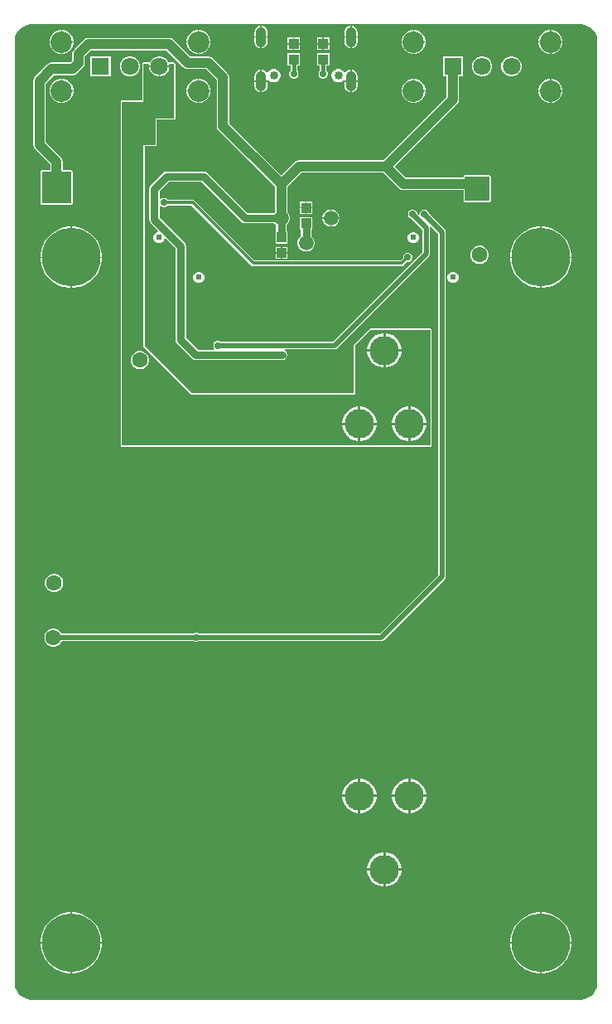
<source format=gbl>
G04*
G04 #@! TF.GenerationSoftware,Altium Limited,Altium Designer,22.2.1 (43)*
G04*
G04 Layer_Physical_Order=2*
G04 Layer_Color=16711680*
%FSLAX44Y44*%
%MOMM*%
G71*
G04*
G04 #@! TF.SameCoordinates,7C5D536F-F001-484F-B139-385EAFE792E0*
G04*
G04*
G04 #@! TF.FilePolarity,Positive*
G04*
G01*
G75*
%ADD10C,0.2540*%
%ADD11C,0.3000*%
%ADD20R,1.0000X1.0000*%
%ADD51C,0.5000*%
%ADD52C,1.0000*%
%ADD53C,0.8000*%
%ADD55C,0.4000*%
%ADD56C,1.6000*%
%ADD57C,2.2000*%
%ADD58R,1.8000X1.8000*%
%ADD59C,1.8000*%
%ADD60C,1.5000*%
%ADD61C,6.0000*%
%ADD62C,0.6096*%
%ADD63C,3.0000*%
%ADD64O,1.0500X2.0500*%
%ADD65C,0.8500*%
%ADD66C,0.7000*%
G36*
X20000Y997961D02*
X18231D01*
X14761Y997271D01*
X11492Y995917D01*
X8551Y993951D01*
X6049Y991449D01*
X4083Y988508D01*
X2729Y985239D01*
X2039Y981769D01*
X2039Y980000D01*
X2039Y20000D01*
X2039Y18231D01*
X2729Y14761D01*
X4083Y11492D01*
X6049Y8551D01*
X8551Y6049D01*
X11492Y4083D01*
X14761Y2729D01*
X18231Y2039D01*
X581769D01*
X585239Y2729D01*
X588508Y4083D01*
X591449Y6049D01*
X593951Y8551D01*
X595917Y11492D01*
X597271Y14761D01*
X597961Y18231D01*
Y20000D01*
Y980000D01*
Y981769D01*
X597271Y985239D01*
X595917Y988508D01*
X593951Y991449D01*
X591450Y993951D01*
X588508Y995917D01*
X585239Y997271D01*
X581769Y997961D01*
X580000Y997961D01*
X20000Y997961D01*
D02*
G37*
%LPC*%
G36*
X253265Y996493D02*
Y985635D01*
X247324D01*
Y990000D01*
X247548Y991702D01*
X248205Y993288D01*
X249250Y994650D01*
X250612Y995695D01*
X252198Y996352D01*
X253265Y996493D01*
D02*
G37*
G36*
X345465D02*
Y985635D01*
X339524D01*
Y990000D01*
X339748Y991702D01*
X340405Y993288D01*
X341450Y994650D01*
X342812Y995695D01*
X344398Y996352D01*
X345465Y996493D01*
D02*
G37*
G36*
X254535D02*
X255602Y996352D01*
X257188Y995695D01*
X258550Y994650D01*
X259595Y993288D01*
X260252Y991702D01*
X260476Y990000D01*
Y985635D01*
X254535D01*
Y996493D01*
D02*
G37*
G36*
X346735D02*
X347802Y996352D01*
X349388Y995695D01*
X350750Y994650D01*
X351795Y993288D01*
X352452Y991702D01*
X352676Y990000D01*
Y985635D01*
X346735D01*
Y996493D01*
D02*
G37*
G36*
X48385Y992270D02*
X49365D01*
Y980635D01*
X37730D01*
Y981615D01*
X38566Y984736D01*
X40182Y987534D01*
X42466Y989818D01*
X45264Y991434D01*
X48385Y992270D01*
D02*
G37*
G36*
X50635D02*
X51615D01*
X54736Y991434D01*
X57534Y989818D01*
X59818Y987534D01*
X61434Y984736D01*
X62270Y981615D01*
Y980635D01*
X50635D01*
Y992270D01*
D02*
G37*
G36*
X408385D02*
X409365D01*
Y980635D01*
X397730D01*
Y981615D01*
X398566Y984736D01*
X400182Y987534D01*
X402466Y989818D01*
X405264Y991434D01*
X408385Y992270D01*
D02*
G37*
G36*
X410635D02*
X411615D01*
X414736Y991434D01*
X417534Y989818D01*
X419818Y987534D01*
X421434Y984736D01*
X422270Y981615D01*
Y980635D01*
X410635D01*
Y992270D01*
D02*
G37*
G36*
X188385D02*
X189365D01*
Y980635D01*
X177730D01*
Y981615D01*
X178566Y984736D01*
X180182Y987534D01*
X182466Y989818D01*
X185264Y991434D01*
X188385Y992270D01*
D02*
G37*
G36*
X548385D02*
X549365D01*
Y980635D01*
X537730D01*
Y981615D01*
X538566Y984736D01*
X540182Y987534D01*
X542466Y989818D01*
X545264Y991434D01*
X548385Y992270D01*
D02*
G37*
G36*
X190635D02*
X191615D01*
X194736Y991434D01*
X197534Y989818D01*
X199818Y987534D01*
X201434Y984736D01*
X202270Y981615D01*
Y980635D01*
X190635D01*
Y992270D01*
D02*
G37*
G36*
X550635D02*
X551615D01*
X554736Y991434D01*
X557534Y989818D01*
X559818Y987534D01*
X561434Y984736D01*
X562270Y981615D01*
Y980635D01*
X550635D01*
Y992270D01*
D02*
G37*
G36*
X281218Y984270D02*
X286853D01*
Y978635D01*
X281218D01*
Y984270D01*
D02*
G37*
G36*
X311221D02*
X316856D01*
Y978635D01*
X311221D01*
Y984270D01*
D02*
G37*
G36*
X288123D02*
X293758D01*
Y978635D01*
X288123D01*
Y984270D01*
D02*
G37*
G36*
X318126D02*
X323761D01*
Y978635D01*
X318126D01*
Y984270D01*
D02*
G37*
G36*
X254535Y984365D02*
X260476D01*
Y980000D01*
X260252Y978298D01*
X259595Y976712D01*
X258550Y975350D01*
X257188Y974305D01*
X255602Y973648D01*
X254535Y973507D01*
Y984365D01*
D02*
G37*
G36*
X346735D02*
X352676D01*
Y980000D01*
X352452Y978298D01*
X351795Y976712D01*
X350750Y975350D01*
X349388Y974305D01*
X347802Y973648D01*
X346735Y973507D01*
Y984365D01*
D02*
G37*
G36*
X247324D02*
X253265D01*
Y973507D01*
X252198Y973648D01*
X250612Y974305D01*
X249250Y975350D01*
X248205Y976712D01*
X247548Y978298D01*
X247324Y980000D01*
Y984365D01*
D02*
G37*
G36*
X339524D02*
X345465D01*
Y973507D01*
X344398Y973648D01*
X342812Y974305D01*
X341450Y975350D01*
X340405Y976712D01*
X339748Y978298D01*
X339524Y980000D01*
Y984365D01*
D02*
G37*
G36*
X281218Y977365D02*
X286853D01*
Y971730D01*
X281218D01*
Y977365D01*
D02*
G37*
G36*
X288123D02*
X293758D01*
Y971730D01*
X288123D01*
Y977365D01*
D02*
G37*
G36*
X311221D02*
X316856D01*
Y971730D01*
X311221D01*
Y977365D01*
D02*
G37*
G36*
X318126D02*
X323761D01*
Y971730D01*
X318126D01*
Y977365D01*
D02*
G37*
G36*
X37730Y979365D02*
X49365D01*
Y967730D01*
X48385D01*
X45264Y968566D01*
X42466Y970182D01*
X40182Y972466D01*
X38566Y975264D01*
X37730Y978385D01*
Y979365D01*
D02*
G37*
G36*
X50635D02*
X62270D01*
Y978385D01*
X61434Y975264D01*
X59818Y972466D01*
X57534Y970182D01*
X54736Y968566D01*
X51615Y967730D01*
X50635D01*
Y979365D01*
D02*
G37*
G36*
X177730Y979365D02*
X189365D01*
Y967730D01*
X188385D01*
X185264Y968566D01*
X182466Y970182D01*
X180182Y972466D01*
X178566Y975264D01*
X177730Y978385D01*
Y979365D01*
D02*
G37*
G36*
X190635D02*
X202270D01*
Y978385D01*
X201434Y975264D01*
X199818Y972466D01*
X197534Y970182D01*
X194736Y968566D01*
X191615Y967730D01*
X190635D01*
Y979365D01*
D02*
G37*
G36*
X397730Y979365D02*
X409365D01*
Y967730D01*
X408385D01*
X405264Y968566D01*
X402466Y970182D01*
X400182Y972466D01*
X398566Y975264D01*
X397730Y978385D01*
Y979365D01*
D02*
G37*
G36*
X410635D02*
X422270D01*
Y978385D01*
X421434Y975264D01*
X419818Y972466D01*
X417534Y970182D01*
X414736Y968566D01*
X411615Y967730D01*
X410635D01*
Y979365D01*
D02*
G37*
G36*
X537730Y979365D02*
X549365D01*
Y967730D01*
X548385D01*
X545264Y968566D01*
X542466Y970182D01*
X540182Y972466D01*
X538566Y975264D01*
X537730Y978385D01*
Y979365D01*
D02*
G37*
G36*
X550635D02*
X562270D01*
Y978385D01*
X561434Y975264D01*
X559818Y972466D01*
X557534Y970182D01*
X554736Y968566D01*
X551615Y967730D01*
X550635D01*
Y979365D01*
D02*
G37*
G36*
X148648Y965270D02*
X151352D01*
X153964Y964570D01*
X156306Y963218D01*
X158218Y961306D01*
X159293Y959444D01*
X159334Y959382D01*
X159460Y959218D01*
X160602Y958881D01*
X160826Y958863D01*
X160918Y958838D01*
X161005Y958875D01*
X165000D01*
X165972Y958472D01*
X166375Y957500D01*
Y902000D01*
X165972Y901028D01*
X165000Y900625D01*
X147375D01*
Y875000D01*
X146972Y874028D01*
X146000Y873625D01*
X135375D01*
Y669569D01*
X183569Y621375D01*
X348625D01*
Y670000D01*
X348625Y670000D01*
X349028Y670972D01*
X349028Y670972D01*
X365028Y686972D01*
X366000Y687375D01*
X366000Y687375D01*
X427000Y687375D01*
X427972Y686972D01*
X428375Y686000D01*
Y568000D01*
X427972Y567028D01*
X427000Y566625D01*
X112000D01*
X111028Y567028D01*
X110625Y568000D01*
Y919000D01*
X111028Y919972D01*
X112000Y920375D01*
X132625D01*
Y957500D01*
X133028Y958472D01*
X134000Y958875D01*
X138995D01*
X139082Y958838D01*
X139174Y958863D01*
X140339Y958957D01*
X140688Y959410D01*
X141782Y961306D01*
X143694Y963218D01*
X146036Y964570D01*
X148648Y965270D01*
D02*
G37*
G36*
X332106Y952390D02*
X333894D01*
X335621Y951927D01*
X337169Y951033D01*
X338433Y949769D01*
X339138Y948549D01*
X339859Y948400D01*
X340117Y948399D01*
X340567Y948500D01*
X341450Y949650D01*
X342812Y950695D01*
X344398Y951352D01*
X345465Y951493D01*
Y940635D01*
X339524D01*
Y940788D01*
X338988Y941104D01*
X338254Y941251D01*
X337169Y940167D01*
X335621Y939273D01*
X333894Y938810D01*
X332106D01*
X330379Y939273D01*
X328831Y940167D01*
X327567Y941431D01*
X326673Y942979D01*
X326210Y944706D01*
Y946494D01*
X326673Y948221D01*
X327567Y949769D01*
X328831Y951033D01*
X330379Y951927D01*
X332106Y952390D01*
D02*
G37*
G36*
X79730Y965270D02*
X100270D01*
Y944730D01*
X79730D01*
Y965270D01*
D02*
G37*
G36*
X118648D02*
X121352D01*
X123964Y964570D01*
X126306Y963218D01*
X128218Y961306D01*
X129570Y958964D01*
X130270Y956352D01*
Y953648D01*
X129570Y951036D01*
X128218Y948694D01*
X126306Y946782D01*
X123964Y945430D01*
X121352Y944730D01*
X118648D01*
X116036Y945430D01*
X113694Y946782D01*
X111782Y948694D01*
X110430Y951036D01*
X109730Y953648D01*
Y956352D01*
X110430Y958964D01*
X111782Y961306D01*
X113694Y963218D01*
X116036Y964570D01*
X118648Y965270D01*
D02*
G37*
G36*
X478648D02*
X481352D01*
X483964Y964570D01*
X486306Y963218D01*
X488218Y961306D01*
X489570Y958964D01*
X490270Y956352D01*
Y953648D01*
X489570Y951036D01*
X488218Y948694D01*
X486306Y946782D01*
X483964Y945430D01*
X481352Y944730D01*
X478648D01*
X476036Y945430D01*
X473694Y946782D01*
X471782Y948694D01*
X470430Y951036D01*
X469730Y953648D01*
Y956352D01*
X470430Y958964D01*
X471782Y961306D01*
X473694Y963218D01*
X476036Y964570D01*
X478648Y965270D01*
D02*
G37*
G36*
X508648D02*
X511352D01*
X513964Y964570D01*
X516306Y963218D01*
X518218Y961306D01*
X519570Y958964D01*
X520270Y956352D01*
Y953648D01*
X519570Y951036D01*
X518218Y948694D01*
X516306Y946782D01*
X513964Y945430D01*
X511352Y944730D01*
X508648D01*
X506036Y945430D01*
X503694Y946782D01*
X501782Y948694D01*
X500430Y951036D01*
X499730Y953648D01*
Y956352D01*
X500430Y958964D01*
X501782Y961306D01*
X503694Y963218D01*
X506036Y964570D01*
X508648Y965270D01*
D02*
G37*
G36*
X281218Y968270D02*
X293758D01*
Y955730D01*
X290834D01*
Y950912D01*
X291544Y950202D01*
X292270Y948449D01*
Y946551D01*
X291544Y944798D01*
X290202Y943456D01*
X288449Y942730D01*
X286551D01*
X284798Y943456D01*
X283456Y944798D01*
X282730Y946551D01*
Y948449D01*
X283456Y950202D01*
X284166Y950912D01*
Y955730D01*
X281218D01*
Y968270D01*
D02*
G37*
G36*
X311221D02*
X323761D01*
Y955730D01*
X320834D01*
Y950912D01*
X321544Y950202D01*
X322270Y948449D01*
Y946551D01*
X321544Y944798D01*
X320202Y943456D01*
X318449Y942730D01*
X316551D01*
X314798Y943456D01*
X313456Y944798D01*
X312730Y946551D01*
Y948449D01*
X313456Y950202D01*
X314166Y950912D01*
Y955730D01*
X311221D01*
Y968270D01*
D02*
G37*
G36*
X253265Y951493D02*
Y940635D01*
X247324D01*
Y945000D01*
X247548Y946702D01*
X248205Y948288D01*
X249250Y949650D01*
X250612Y950695D01*
X252198Y951352D01*
X253265Y951493D01*
D02*
G37*
G36*
X266106Y952390D02*
X267894D01*
X269621Y951927D01*
X271169Y951033D01*
X272433Y949769D01*
X273327Y948221D01*
X273790Y946494D01*
Y944706D01*
X273327Y942979D01*
X272433Y941431D01*
X271169Y940167D01*
X269621Y939273D01*
X267894Y938810D01*
X266106D01*
X264379Y939273D01*
X262831Y940167D01*
X261746Y941251D01*
X261012Y941104D01*
X260476Y940788D01*
Y940635D01*
X254535D01*
Y951493D01*
X255602Y951352D01*
X257188Y950695D01*
X258550Y949650D01*
X259433Y948500D01*
X259883Y948399D01*
X260141Y948400D01*
X260862Y948549D01*
X261567Y949769D01*
X262831Y951033D01*
X264379Y951927D01*
X266106Y952390D01*
D02*
G37*
G36*
X346735Y951493D02*
X347802Y951352D01*
X349388Y950695D01*
X350750Y949650D01*
X351795Y948288D01*
X352452Y946702D01*
X352676Y945000D01*
Y940635D01*
X346735D01*
Y951493D01*
D02*
G37*
G36*
X48385Y942270D02*
X49365D01*
Y930635D01*
X37730D01*
Y931615D01*
X38566Y934736D01*
X40182Y937534D01*
X42466Y939818D01*
X45264Y941434D01*
X48385Y942270D01*
D02*
G37*
G36*
X50635D02*
X51615D01*
X54736Y941434D01*
X57534Y939818D01*
X59818Y937534D01*
X61434Y934736D01*
X62270Y931615D01*
Y930635D01*
X50635D01*
Y942270D01*
D02*
G37*
G36*
X408385D02*
X409365D01*
Y930635D01*
X397730D01*
Y931615D01*
X398566Y934736D01*
X400182Y937534D01*
X402466Y939818D01*
X405264Y941434D01*
X408385Y942270D01*
D02*
G37*
G36*
X410635D02*
X411615D01*
X414736Y941434D01*
X417534Y939818D01*
X419818Y937534D01*
X421434Y934736D01*
X422270Y931615D01*
Y930635D01*
X410635D01*
Y942270D01*
D02*
G37*
G36*
X188385D02*
X189365D01*
Y930635D01*
X177730D01*
Y931615D01*
X178566Y934736D01*
X180182Y937534D01*
X182466Y939818D01*
X185264Y941434D01*
X188385Y942270D01*
D02*
G37*
G36*
X548385D02*
X549365D01*
Y930635D01*
X537730D01*
Y931615D01*
X538566Y934736D01*
X540182Y937534D01*
X542466Y939818D01*
X545264Y941434D01*
X548385Y942270D01*
D02*
G37*
G36*
X190635D02*
X191615D01*
X194736Y941434D01*
X197534Y939818D01*
X199818Y937534D01*
X201434Y934736D01*
X202270Y931615D01*
Y930635D01*
X190635D01*
Y942270D01*
D02*
G37*
G36*
X550635D02*
X551615D01*
X554736Y941434D01*
X557534Y939818D01*
X559818Y937534D01*
X561434Y934736D01*
X562270Y931615D01*
Y930635D01*
X550635D01*
Y942270D01*
D02*
G37*
G36*
X247324Y939365D02*
X253265D01*
Y928507D01*
X252198Y928648D01*
X250612Y929305D01*
X249250Y930350D01*
X248205Y931712D01*
X247548Y933298D01*
X247324Y935000D01*
Y939365D01*
D02*
G37*
G36*
X339524D02*
X345465D01*
Y928507D01*
X344398Y928648D01*
X342812Y929305D01*
X341450Y930350D01*
X340405Y931712D01*
X339748Y933298D01*
X339524Y935000D01*
Y939365D01*
D02*
G37*
G36*
X254535D02*
X260476D01*
Y935000D01*
X260252Y933298D01*
X259595Y931712D01*
X258550Y930350D01*
X257188Y929305D01*
X255602Y928648D01*
X254535Y928507D01*
Y939365D01*
D02*
G37*
G36*
X346735D02*
X352676D01*
Y935000D01*
X352452Y933298D01*
X351795Y931712D01*
X350750Y930350D01*
X349388Y929305D01*
X347802Y928648D01*
X346735Y928507D01*
Y939365D01*
D02*
G37*
G36*
X37730Y929365D02*
X49365D01*
Y917730D01*
X48385D01*
X45264Y918566D01*
X42466Y920182D01*
X40182Y922466D01*
X38566Y925264D01*
X37730Y928385D01*
Y929365D01*
D02*
G37*
G36*
X50635D02*
X62270D01*
Y928385D01*
X61434Y925264D01*
X59818Y922466D01*
X57534Y920182D01*
X54736Y918566D01*
X51615Y917730D01*
X50635D01*
Y929365D01*
D02*
G37*
G36*
X177730Y929365D02*
X189365D01*
Y917730D01*
X188385D01*
X185264Y918566D01*
X182466Y920182D01*
X180182Y922466D01*
X178566Y925264D01*
X177730Y928385D01*
Y929365D01*
D02*
G37*
G36*
X190635D02*
X202270D01*
Y928385D01*
X201434Y925264D01*
X199818Y922466D01*
X197534Y920182D01*
X194736Y918566D01*
X191615Y917730D01*
X190635D01*
Y929365D01*
D02*
G37*
G36*
X397730Y929365D02*
X409365D01*
Y917730D01*
X408385D01*
X405264Y918566D01*
X402466Y920182D01*
X400182Y922466D01*
X398566Y925264D01*
X397730Y928385D01*
Y929365D01*
D02*
G37*
G36*
X410635D02*
X422270D01*
Y928385D01*
X421434Y925264D01*
X419818Y922466D01*
X417534Y920182D01*
X414736Y918566D01*
X411615Y917730D01*
X410635D01*
Y929365D01*
D02*
G37*
G36*
X537730Y929365D02*
X549365D01*
Y917730D01*
X548385D01*
X545264Y918566D01*
X542466Y920182D01*
X540182Y922466D01*
X538566Y925264D01*
X537730Y928385D01*
Y929365D01*
D02*
G37*
G36*
X550635D02*
X562270D01*
Y928385D01*
X561434Y925264D01*
X559818Y922466D01*
X557534Y920182D01*
X554736Y918566D01*
X551615Y917730D01*
X550635D01*
Y929365D01*
D02*
G37*
G36*
X77500Y983893D02*
X160000D01*
X162446Y983406D01*
X164520Y982020D01*
X181654Y964887D01*
X200648D01*
X203094Y964401D01*
X205168Y963015D01*
X219520Y948662D01*
X220906Y946589D01*
X221393Y944142D01*
Y896848D01*
X274600Y843641D01*
X288270Y857311D01*
X290344Y858697D01*
X292790Y859183D01*
X378811D01*
X443607Y923979D01*
Y944730D01*
X439730D01*
Y965270D01*
X460270D01*
Y944730D01*
X456393D01*
Y921331D01*
X455906Y918885D01*
X454520Y916811D01*
X390500Y852790D01*
X401897Y841393D01*
X461125D01*
Y842500D01*
X461528Y843472D01*
X462500Y843875D01*
X487500D01*
X488472Y843472D01*
X488875Y842500D01*
Y817500D01*
X488472Y816528D01*
X487500Y816125D01*
X462500D01*
X461528Y816528D01*
X461125Y817500D01*
Y828607D01*
X399249D01*
X396803Y829094D01*
X394729Y830480D01*
X378811Y846397D01*
X295438D01*
X280993Y831952D01*
Y806010D01*
X281618Y805385D01*
X282772Y803385D01*
X283370Y801155D01*
Y798845D01*
X282772Y796615D01*
X281618Y794615D01*
X279985Y792982D01*
X279973Y792976D01*
Y786770D01*
X281270D01*
Y774230D01*
X268730D01*
Y786770D01*
X269227D01*
Y792976D01*
X269215Y792982D01*
X267582Y794615D01*
X267576Y794627D01*
X237603D01*
X235547Y795036D01*
X233803Y796200D01*
X192877Y837127D01*
X159726D01*
X150373Y827774D01*
Y819915D01*
X151643Y819389D01*
X152298Y820044D01*
X154051Y820770D01*
X155949D01*
X157702Y820044D01*
X158921Y818824D01*
X184000D01*
X184000Y818824D01*
X185081Y818609D01*
X185997Y817997D01*
X185997Y817997D01*
X247170Y756824D01*
X396830D01*
X399230Y759224D01*
Y760949D01*
X399956Y762702D01*
X401298Y764044D01*
X403051Y764770D01*
X404949D01*
X406702Y764044D01*
X408044Y762702D01*
X408770Y760949D01*
Y759051D01*
X408044Y757298D01*
X406702Y755956D01*
X404949Y755230D01*
X403224D01*
X399997Y752003D01*
X399081Y751391D01*
X398000Y751176D01*
X398000Y751176D01*
X246000D01*
X246000Y751176D01*
X244919Y751391D01*
X244003Y752003D01*
X182830Y813176D01*
X158921D01*
X157702Y811956D01*
X155949Y811230D01*
X154051D01*
X152298Y811956D01*
X151643Y812611D01*
X150373Y812085D01*
Y800785D01*
X175689Y775469D01*
X176854Y773726D01*
X177263Y771670D01*
Y677836D01*
X189226Y665873D01*
X205585D01*
X206111Y667143D01*
X205956Y667298D01*
X205230Y669051D01*
Y670949D01*
X205956Y672702D01*
X207298Y674044D01*
X209051Y674770D01*
X210949D01*
X212702Y674044D01*
X212902Y673844D01*
X327408D01*
X419156Y765592D01*
Y788408D01*
X408334Y799230D01*
X408051D01*
X406298Y799956D01*
X404956Y801298D01*
X404230Y803051D01*
Y804949D01*
X404956Y806702D01*
X406298Y808044D01*
X408051Y808770D01*
X409949D01*
X411702Y808044D01*
X413044Y806702D01*
X413770Y804949D01*
Y804666D01*
X414960Y803476D01*
X416230Y804002D01*
Y804949D01*
X416956Y806702D01*
X418298Y808044D01*
X420051Y808770D01*
X421949D01*
X423702Y808044D01*
X425044Y806702D01*
X425770Y804949D01*
Y804666D01*
X441718Y788718D01*
X442551Y787471D01*
X442844Y786000D01*
X442844Y786000D01*
Y434000D01*
X442844Y434000D01*
X442551Y432529D01*
X441718Y431282D01*
X379718Y369282D01*
X379718Y369282D01*
X378471Y368449D01*
X377000Y368156D01*
X377000Y368156D01*
X190902D01*
X190702Y367956D01*
X188949Y367230D01*
X187051D01*
X185467Y367886D01*
X50215D01*
X49148Y366038D01*
X47422Y364312D01*
X45308Y363092D01*
X42950Y362460D01*
X40510D01*
X38152Y363092D01*
X36038Y364312D01*
X34312Y366038D01*
X33092Y368152D01*
X32460Y370510D01*
Y372950D01*
X33092Y375308D01*
X34312Y377422D01*
X36038Y379148D01*
X38152Y380368D01*
X40510Y381000D01*
X42950D01*
X45308Y380368D01*
X47422Y379148D01*
X49148Y377422D01*
X50215Y375574D01*
X184828D01*
X185298Y376044D01*
X187051Y376770D01*
X188949D01*
X190702Y376044D01*
X190902Y375844D01*
X375408D01*
X435156Y435592D01*
Y784408D01*
X427803Y791761D01*
X426683Y791252D01*
X426614Y791153D01*
X426844Y790000D01*
X426844Y790000D01*
Y764000D01*
X426844Y764000D01*
X426551Y762529D01*
X425718Y761282D01*
X331718Y667282D01*
X331718Y667282D01*
X330471Y666449D01*
X329000Y666156D01*
X278806D01*
X278421Y664886D01*
X279299Y664299D01*
X280464Y662556D01*
X280873Y660500D01*
X280464Y658444D01*
X279299Y656701D01*
X277556Y655536D01*
X275500Y655127D01*
X187000D01*
X184944Y655536D01*
X183201Y656701D01*
X168090Y671811D01*
X166926Y673554D01*
X166517Y675610D01*
Y769444D01*
X156441Y779519D01*
X155177Y778988D01*
X154417Y777155D01*
X152845Y775583D01*
X150792Y774732D01*
X148568D01*
X146515Y775583D01*
X144943Y777155D01*
X144092Y779208D01*
Y781432D01*
X144943Y783485D01*
X146515Y785057D01*
X148348Y785817D01*
X148879Y787081D01*
X141201Y794760D01*
X140036Y796503D01*
X139627Y798559D01*
Y830000D01*
X140036Y832056D01*
X141201Y833799D01*
X153701Y846300D01*
X155444Y847464D01*
X157500Y847873D01*
X195103D01*
X197159Y847464D01*
X198902Y846300D01*
X239829Y805373D01*
X267576D01*
X267582Y805385D01*
X268207Y806010D01*
Y831952D01*
X210480Y889680D01*
X209094Y891754D01*
X208607Y894200D01*
Y941494D01*
X198000Y952102D01*
X179006D01*
X176559Y952588D01*
X174485Y953974D01*
X157352Y971107D01*
X80148D01*
X73893Y964852D01*
Y958358D01*
X73406Y955911D01*
X72020Y953838D01*
X66163Y947980D01*
X64089Y946594D01*
X61642Y946107D01*
X42648D01*
X33893Y937352D01*
Y877648D01*
X49520Y862020D01*
X50906Y859946D01*
X51393Y857500D01*
Y848875D01*
X60000D01*
X60972Y848472D01*
X61375Y847500D01*
Y815000D01*
X60972Y814028D01*
X60000Y813625D01*
X30000D01*
X29028Y814028D01*
X28625Y815000D01*
Y847500D01*
X29028Y848472D01*
X30000Y848875D01*
X38607D01*
Y854852D01*
X22980Y870480D01*
X21594Y872554D01*
X21107Y875000D01*
Y940000D01*
X21594Y942447D01*
X22980Y944520D01*
X35480Y957020D01*
X37554Y958406D01*
X40000Y958893D01*
X58994D01*
X61107Y961006D01*
Y967500D01*
X61594Y969946D01*
X62980Y972020D01*
X72980Y982020D01*
X75054Y983406D01*
X77500Y983893D01*
D02*
G37*
G36*
X293730Y816870D02*
X299365D01*
Y811235D01*
X293730D01*
Y816870D01*
D02*
G37*
G36*
X300635D02*
X306270D01*
Y811235D01*
X300635D01*
Y816870D01*
D02*
G37*
G36*
X293730Y809965D02*
X299365D01*
Y804330D01*
X293730D01*
Y809965D01*
D02*
G37*
G36*
X300635D02*
X306270D01*
Y804330D01*
X300635D01*
Y809965D01*
D02*
G37*
G36*
X324245Y808770D02*
X324765D01*
Y800635D01*
X316630D01*
Y801155D01*
X317228Y803385D01*
X318382Y805385D01*
X320015Y807018D01*
X322015Y808172D01*
X324245Y808770D01*
D02*
G37*
G36*
X326035D02*
X326555D01*
X328785Y808172D01*
X330785Y807018D01*
X332418Y805385D01*
X333572Y803385D01*
X334170Y801155D01*
Y800635D01*
X326035D01*
Y808770D01*
D02*
G37*
G36*
X316630Y799365D02*
X324765D01*
Y791230D01*
X324245D01*
X322015Y791828D01*
X320015Y792982D01*
X318382Y794615D01*
X317228Y796615D01*
X316630Y798845D01*
Y799365D01*
D02*
G37*
G36*
X326035D02*
X334170D01*
Y798845D01*
X333572Y796615D01*
X332418Y794615D01*
X330785Y792982D01*
X328785Y791828D01*
X326555Y791230D01*
X326035D01*
Y799365D01*
D02*
G37*
G36*
X408568Y785908D02*
X410792D01*
X412845Y785057D01*
X414417Y783485D01*
X415268Y781432D01*
Y779209D01*
X414417Y777155D01*
X412845Y775583D01*
X410792Y774732D01*
X408568D01*
X406515Y775583D01*
X404943Y777155D01*
X404092Y779209D01*
Y781432D01*
X404943Y783485D01*
X406515Y785057D01*
X408568Y785908D01*
D02*
G37*
G36*
X293730Y800870D02*
X306270D01*
Y788330D01*
X305373D01*
Y781624D01*
X305385Y781618D01*
X307018Y779985D01*
X308172Y777985D01*
X308770Y775755D01*
Y773445D01*
X308172Y771215D01*
X307018Y769215D01*
X305385Y767582D01*
X303385Y766428D01*
X301155Y765830D01*
X298845D01*
X296615Y766428D01*
X294615Y767582D01*
X292982Y769215D01*
X291828Y771215D01*
X291230Y773445D01*
Y775755D01*
X291828Y777985D01*
X292982Y779985D01*
X294615Y781618D01*
X294627Y781624D01*
Y788330D01*
X293730D01*
Y800870D01*
D02*
G37*
G36*
X268730Y770770D02*
X274365D01*
Y765135D01*
X268730D01*
Y770770D01*
D02*
G37*
G36*
X275635D02*
X281270D01*
Y765135D01*
X275635D01*
Y770770D01*
D02*
G37*
G36*
X57539Y791270D02*
X59365D01*
Y760635D01*
X28730D01*
Y762461D01*
X29500Y767322D01*
X31021Y772003D01*
X33256Y776389D01*
X36149Y780371D01*
X39629Y783851D01*
X43611Y786745D01*
X47997Y788979D01*
X52678Y790500D01*
X57539Y791270D01*
D02*
G37*
G36*
X60635D02*
X62461D01*
X67322Y790500D01*
X72003Y788979D01*
X76389Y786745D01*
X80371Y783851D01*
X83851Y780371D01*
X86744Y776389D01*
X88979Y772003D01*
X90500Y767322D01*
X91270Y762461D01*
Y760635D01*
X60635D01*
Y791270D01*
D02*
G37*
G36*
X537539D02*
X539365D01*
Y760635D01*
X508730D01*
Y762461D01*
X509500Y767322D01*
X511021Y772003D01*
X513256Y776389D01*
X516149Y780371D01*
X519629Y783851D01*
X523611Y786745D01*
X527996Y788979D01*
X532678Y790500D01*
X537539Y791270D01*
D02*
G37*
G36*
X540635D02*
X542461D01*
X547322Y790500D01*
X552004Y788979D01*
X556389Y786745D01*
X560371Y783851D01*
X563851Y780371D01*
X566744Y776389D01*
X568979Y772003D01*
X570500Y767322D01*
X571270Y762461D01*
Y760635D01*
X540635D01*
Y791270D01*
D02*
G37*
G36*
X268730Y763865D02*
X274365D01*
Y758230D01*
X268730D01*
Y763865D01*
D02*
G37*
G36*
X275635D02*
X281270D01*
Y758230D01*
X275635D01*
Y763865D01*
D02*
G37*
G36*
X476280Y771770D02*
X478720D01*
X481078Y771138D01*
X483192Y769918D01*
X484918Y768192D01*
X486138Y766078D01*
X486770Y763720D01*
Y761280D01*
X486138Y758922D01*
X484918Y756808D01*
X483192Y755082D01*
X481078Y753862D01*
X478720Y753230D01*
X476280D01*
X473922Y753862D01*
X471808Y755082D01*
X470082Y756808D01*
X468862Y758922D01*
X468230Y761280D01*
Y763720D01*
X468862Y766078D01*
X470082Y768192D01*
X471808Y769918D01*
X473922Y771138D01*
X476280Y771770D01*
D02*
G37*
G36*
X449208Y745268D02*
X451432D01*
X453485Y744417D01*
X455057Y742845D01*
X455908Y740791D01*
Y738568D01*
X455057Y736515D01*
X453485Y734943D01*
X451432Y734092D01*
X449208D01*
X447155Y734943D01*
X445583Y736515D01*
X444732Y738568D01*
Y740791D01*
X445583Y742845D01*
X447155Y744417D01*
X449208Y745268D01*
D02*
G37*
G36*
X189209Y745268D02*
X191432D01*
X193485Y744417D01*
X195057Y742845D01*
X195908Y740791D01*
Y738568D01*
X195057Y736515D01*
X193485Y734943D01*
X191432Y734092D01*
X189209D01*
X187155Y734943D01*
X185583Y736515D01*
X184732Y738568D01*
Y740791D01*
X185583Y742845D01*
X187155Y744417D01*
X189209Y745268D01*
D02*
G37*
G36*
X28730Y759365D02*
X59365D01*
Y728730D01*
X57539D01*
X52678Y729500D01*
X47997Y731021D01*
X43611Y733255D01*
X39629Y736149D01*
X36149Y739629D01*
X33256Y743611D01*
X31021Y747997D01*
X29500Y752678D01*
X28730Y757539D01*
Y759365D01*
D02*
G37*
G36*
X60635D02*
X91270D01*
Y757539D01*
X90500Y752678D01*
X88979Y747997D01*
X86744Y743611D01*
X83851Y739629D01*
X80371Y736149D01*
X76389Y733255D01*
X72003Y731021D01*
X67322Y729500D01*
X62461Y728730D01*
X60635D01*
Y759365D01*
D02*
G37*
G36*
X508730D02*
X539365D01*
Y728730D01*
X537539D01*
X532678Y729500D01*
X527996Y731021D01*
X523611Y733255D01*
X519629Y736149D01*
X516149Y739629D01*
X513256Y743611D01*
X511021Y747997D01*
X509500Y752678D01*
X508730Y757539D01*
Y759365D01*
D02*
G37*
G36*
X540635D02*
X571270D01*
Y757539D01*
X570500Y752678D01*
X568979Y747997D01*
X566744Y743611D01*
X563851Y739629D01*
X560371Y736149D01*
X556389Y733255D01*
X552004Y731021D01*
X547322Y729500D01*
X542461Y728730D01*
X540635D01*
Y759365D01*
D02*
G37*
G36*
X41280Y436770D02*
X43720D01*
X46078Y436138D01*
X48192Y434918D01*
X49918Y433192D01*
X51138Y431078D01*
X51770Y428720D01*
Y426280D01*
X51138Y423922D01*
X49918Y421808D01*
X48192Y420082D01*
X46078Y418862D01*
X43720Y418230D01*
X41280D01*
X38922Y418862D01*
X36808Y420082D01*
X35082Y421808D01*
X33862Y423922D01*
X33230Y426280D01*
Y428720D01*
X33862Y431078D01*
X35082Y433192D01*
X36808Y434918D01*
X38922Y436138D01*
X41280Y436770D01*
D02*
G37*
G36*
X403773Y227540D02*
X404230D01*
Y211270D01*
X387960D01*
Y211728D01*
X388634Y215116D01*
X389956Y218308D01*
X391876Y221181D01*
X394319Y223624D01*
X397192Y225544D01*
X400384Y226866D01*
X403773Y227540D01*
D02*
G37*
G36*
X352772D02*
X353230D01*
Y211270D01*
X336960D01*
Y211728D01*
X337634Y215116D01*
X338956Y218308D01*
X340876Y221181D01*
X343319Y223624D01*
X346192Y225544D01*
X349384Y226866D01*
X352772Y227540D01*
D02*
G37*
G36*
X406770D02*
X407228D01*
X410616Y226866D01*
X413808Y225544D01*
X416681Y223624D01*
X419124Y221181D01*
X421044Y218308D01*
X422366Y215116D01*
X423040Y211728D01*
Y211270D01*
X406770D01*
Y227540D01*
D02*
G37*
G36*
X355770D02*
X356228D01*
X359616Y226866D01*
X362808Y225544D01*
X365681Y223624D01*
X368124Y221181D01*
X370044Y218308D01*
X371366Y215116D01*
X372040Y211728D01*
Y211270D01*
X355770D01*
Y227540D01*
D02*
G37*
G36*
X336960Y208730D02*
X353230D01*
Y192460D01*
X352772D01*
X349384Y193134D01*
X346192Y194456D01*
X343319Y196376D01*
X340876Y198819D01*
X338956Y201692D01*
X337634Y204884D01*
X336960Y208272D01*
Y208730D01*
D02*
G37*
G36*
X355770D02*
X372040D01*
Y208272D01*
X371366Y204884D01*
X370044Y201692D01*
X368124Y198819D01*
X365681Y196376D01*
X362808Y194456D01*
X359616Y193134D01*
X356228Y192460D01*
X355770D01*
Y208730D01*
D02*
G37*
G36*
X387960D02*
X404230D01*
Y192460D01*
X403773D01*
X400384Y193134D01*
X397192Y194456D01*
X394319Y196376D01*
X391876Y198819D01*
X389956Y201692D01*
X388634Y204884D01*
X387960Y208272D01*
Y208730D01*
D02*
G37*
G36*
X406770D02*
X423040D01*
Y208272D01*
X422366Y204884D01*
X421044Y201692D01*
X419124Y198819D01*
X416681Y196376D01*
X413808Y194456D01*
X410616Y193134D01*
X407228Y192460D01*
X406770D01*
Y208730D01*
D02*
G37*
G36*
X378273Y152540D02*
X378730D01*
Y136270D01*
X362460D01*
Y136728D01*
X363134Y140116D01*
X364456Y143308D01*
X366376Y146181D01*
X368819Y148624D01*
X371692Y150544D01*
X374884Y151866D01*
X378273Y152540D01*
D02*
G37*
G36*
X381270D02*
X381728D01*
X385116Y151866D01*
X388308Y150544D01*
X391181Y148624D01*
X393624Y146181D01*
X395544Y143308D01*
X396866Y140116D01*
X397540Y136728D01*
Y136270D01*
X381270D01*
Y152540D01*
D02*
G37*
G36*
X362460Y133730D02*
X378730D01*
Y117460D01*
X378273D01*
X374884Y118134D01*
X371692Y119456D01*
X368819Y121376D01*
X366376Y123819D01*
X364456Y126692D01*
X363134Y129884D01*
X362460Y133272D01*
Y133730D01*
D02*
G37*
G36*
X381270D02*
X397540D01*
Y133272D01*
X396866Y129884D01*
X395544Y126692D01*
X393624Y123819D01*
X391181Y121376D01*
X388308Y119456D01*
X385116Y118134D01*
X381728Y117460D01*
X381270D01*
Y133730D01*
D02*
G37*
G36*
X57539Y91270D02*
X59365D01*
Y60635D01*
X28730D01*
Y62461D01*
X29500Y67322D01*
X31021Y72003D01*
X33256Y76389D01*
X36149Y80371D01*
X39629Y83851D01*
X43611Y86744D01*
X47997Y88979D01*
X52678Y90500D01*
X57539Y91270D01*
D02*
G37*
G36*
X60635D02*
X62461D01*
X67322Y90500D01*
X72003Y88979D01*
X76389Y86744D01*
X80371Y83851D01*
X83851Y80371D01*
X86744Y76389D01*
X88979Y72003D01*
X90500Y67322D01*
X91270Y62461D01*
Y60635D01*
X60635D01*
Y91270D01*
D02*
G37*
G36*
X537539Y91270D02*
X539365D01*
Y60635D01*
X508730D01*
Y62461D01*
X509500Y67322D01*
X511021Y72003D01*
X513256Y76389D01*
X516149Y80371D01*
X519629Y83851D01*
X523611Y86744D01*
X527996Y88979D01*
X532678Y90500D01*
X537539Y91270D01*
D02*
G37*
G36*
X540635D02*
X542461D01*
X547322Y90500D01*
X552004Y88979D01*
X556389Y86744D01*
X560371Y83851D01*
X563851Y80371D01*
X566744Y76389D01*
X568979Y72003D01*
X570500Y67322D01*
X571270Y62461D01*
Y60635D01*
X540635D01*
Y91270D01*
D02*
G37*
G36*
X28730Y59365D02*
X59365D01*
Y28730D01*
X57539D01*
X52678Y29500D01*
X47997Y31021D01*
X43611Y33256D01*
X39629Y36149D01*
X36149Y39629D01*
X33256Y43611D01*
X31021Y47997D01*
X29500Y52678D01*
X28730Y57539D01*
Y59365D01*
D02*
G37*
G36*
X60635D02*
X91270D01*
Y57539D01*
X90500Y52678D01*
X88979Y47997D01*
X86744Y43611D01*
X83851Y39629D01*
X80371Y36149D01*
X76389Y33256D01*
X72003Y31021D01*
X67322Y29500D01*
X62461Y28730D01*
X60635D01*
Y59365D01*
D02*
G37*
G36*
X508730Y59365D02*
X539365D01*
Y28730D01*
X537539D01*
X532678Y29500D01*
X527996Y31021D01*
X523611Y33256D01*
X519629Y36149D01*
X516149Y39629D01*
X513256Y43611D01*
X511021Y47997D01*
X509500Y52678D01*
X508730Y57539D01*
Y59365D01*
D02*
G37*
G36*
X540635D02*
X571270D01*
Y57539D01*
X570500Y52678D01*
X568979Y47997D01*
X566744Y43611D01*
X563851Y39629D01*
X560371Y36149D01*
X556389Y33256D01*
X552004Y31021D01*
X547322Y29500D01*
X542461Y28730D01*
X540635D01*
Y59365D01*
D02*
G37*
%LPD*%
G36*
X134000Y919000D02*
X112000D01*
Y568000D01*
X427000D01*
Y686000D01*
X366000Y686000D01*
X350000Y670000D01*
Y620000D01*
X183000D01*
X134000Y669000D01*
Y875000D01*
X146000D01*
Y902000D01*
X165000D01*
Y957500D01*
X161005D01*
X160232Y956492D01*
X160270Y956352D01*
Y955635D01*
X150000D01*
X139730D01*
Y956352D01*
X139768Y956492D01*
X138995Y957500D01*
X134000D01*
Y919000D01*
D02*
G37*
%LPC*%
G36*
X139730Y954365D02*
X149365D01*
Y944730D01*
X148648D01*
X146036Y945430D01*
X143694Y946782D01*
X141782Y948694D01*
X140430Y951036D01*
X139730Y953648D01*
Y954365D01*
D02*
G37*
G36*
X150635D02*
X160270D01*
Y953648D01*
X159570Y951036D01*
X158218Y948694D01*
X156306Y946782D01*
X153964Y945430D01*
X151352Y944730D01*
X150635D01*
Y954365D01*
D02*
G37*
G36*
X378273Y682540D02*
X378730D01*
Y666270D01*
X362460D01*
Y666728D01*
X363134Y670116D01*
X364456Y673308D01*
X366376Y676181D01*
X368819Y678624D01*
X371692Y680544D01*
X374884Y681866D01*
X378273Y682540D01*
D02*
G37*
G36*
X381270D02*
X381728D01*
X385116Y681866D01*
X388308Y680544D01*
X391181Y678624D01*
X393624Y676181D01*
X395544Y673308D01*
X396866Y670116D01*
X397540Y666728D01*
Y666270D01*
X381270D01*
Y682540D01*
D02*
G37*
G36*
X362460Y663730D02*
X378730D01*
Y647460D01*
X378273D01*
X374884Y648134D01*
X371692Y649456D01*
X368819Y651376D01*
X366376Y653819D01*
X364456Y656692D01*
X363134Y659884D01*
X362460Y663272D01*
Y663730D01*
D02*
G37*
G36*
X381270D02*
X397540D01*
Y663272D01*
X396866Y659884D01*
X395544Y656692D01*
X393624Y653819D01*
X391181Y651376D01*
X388308Y649456D01*
X385116Y648134D01*
X381728Y647460D01*
X381270D01*
Y663730D01*
D02*
G37*
G36*
X128780Y664270D02*
X131220D01*
X133578Y663638D01*
X135692Y662418D01*
X137418Y660692D01*
X138638Y658578D01*
X139270Y656220D01*
Y653780D01*
X138638Y651422D01*
X137418Y649308D01*
X135692Y647582D01*
X133578Y646362D01*
X131220Y645730D01*
X128780D01*
X126422Y646362D01*
X124308Y647582D01*
X122582Y649308D01*
X121362Y651422D01*
X120730Y653780D01*
Y656220D01*
X121362Y658578D01*
X122582Y660692D01*
X124308Y662418D01*
X126422Y663638D01*
X128780Y664270D01*
D02*
G37*
G36*
X352772Y607540D02*
X353230D01*
Y591270D01*
X336960D01*
Y591727D01*
X337634Y595116D01*
X338956Y598308D01*
X340876Y601181D01*
X343319Y603624D01*
X346192Y605544D01*
X349384Y606866D01*
X352772Y607540D01*
D02*
G37*
G36*
X403773D02*
X404230D01*
Y591270D01*
X387960D01*
Y591727D01*
X388634Y595116D01*
X389956Y598308D01*
X391876Y601181D01*
X394319Y603624D01*
X397192Y605544D01*
X400384Y606866D01*
X403773Y607540D01*
D02*
G37*
G36*
X355770D02*
X356228D01*
X359616Y606866D01*
X362808Y605544D01*
X365681Y603624D01*
X368124Y601181D01*
X370044Y598308D01*
X371366Y595116D01*
X372040Y591727D01*
Y591270D01*
X355770D01*
Y607540D01*
D02*
G37*
G36*
X406770D02*
X407228D01*
X410616Y606866D01*
X413808Y605544D01*
X416681Y603624D01*
X419124Y601181D01*
X421044Y598308D01*
X422366Y595116D01*
X423040Y591727D01*
Y591270D01*
X406770D01*
Y607540D01*
D02*
G37*
G36*
X336960Y588730D02*
X353230D01*
Y572460D01*
X352772D01*
X349384Y573134D01*
X346192Y574456D01*
X343319Y576376D01*
X340876Y578819D01*
X338956Y581692D01*
X337634Y584884D01*
X336960Y588273D01*
Y588730D01*
D02*
G37*
G36*
X355770D02*
X372040D01*
Y588273D01*
X371366Y584884D01*
X370044Y581692D01*
X368124Y578819D01*
X365681Y576376D01*
X362808Y574456D01*
X359616Y573134D01*
X356228Y572460D01*
X355770D01*
Y588730D01*
D02*
G37*
G36*
X387960D02*
X404230D01*
Y572460D01*
X403773D01*
X400384Y573134D01*
X397192Y574456D01*
X394319Y576376D01*
X391876Y578819D01*
X389956Y581692D01*
X388634Y584884D01*
X387960Y588273D01*
Y588730D01*
D02*
G37*
G36*
X406770D02*
X423040D01*
Y588273D01*
X422366Y584884D01*
X421044Y581692D01*
X419124Y578819D01*
X416681Y576376D01*
X413808Y574456D01*
X410616Y573134D01*
X407228Y572460D01*
X406770D01*
Y588730D01*
D02*
G37*
%LPD*%
G36*
X462500Y817500D02*
X487500D01*
Y842500D01*
X462500D01*
Y817500D01*
D02*
G37*
G36*
X30000Y815000D02*
X60000D01*
Y847500D01*
X30000D01*
Y815000D01*
D02*
G37*
D10*
X317500Y961991D02*
X317491Y962000D01*
D11*
X184000Y816000D02*
X155000D01*
X246000Y754000D02*
X184000Y816000D01*
X398000Y754000D02*
X246000D01*
X404000Y760000D02*
X398000Y754000D01*
D20*
X287488Y962000D02*
D03*
Y978000D02*
D03*
X317491Y962000D02*
D03*
Y978000D02*
D03*
X300000Y794600D02*
D03*
Y810600D02*
D03*
X275000Y780500D02*
D03*
Y764500D02*
D03*
D51*
X439000Y434000D02*
X377000Y372000D01*
X188000D01*
X187730Y371730D02*
X41730D01*
X188000Y372000D02*
X187730Y371730D01*
X439000Y786000D02*
X421000Y804000D01*
X439000Y434000D02*
Y786000D01*
X423000Y790000D02*
X409000Y804000D01*
X423000Y764000D02*
Y790000D01*
Y764000D02*
X329000Y670000D01*
X210000D01*
D52*
X45000Y830000D02*
Y857500D01*
X67500Y958358D02*
Y967500D01*
Y958358D02*
X61642Y952500D01*
X40000D02*
X27500Y940000D01*
X61642Y952500D02*
X40000D01*
X27500Y875000D02*
Y940000D01*
X45000Y857500D02*
X27500Y875000D01*
X160000Y977500D02*
X77500D01*
X67500Y967500D01*
X200648Y958494D02*
X179006D01*
X160000Y977500D01*
X215000Y894200D02*
Y944142D01*
X200648Y958494D01*
X465000Y835000D02*
X399249D01*
X274600Y834600D02*
X215000Y894200D01*
X399249Y835000D02*
X381459Y852790D01*
X274600Y800000D02*
Y834600D01*
X381459Y852790D02*
X292790D01*
X274600Y834600D01*
X450000Y921331D02*
X381459Y852790D01*
X450000Y921331D02*
Y955000D01*
D53*
X274600Y780900D02*
Y800000D01*
X237603D01*
X195103Y842500D01*
X157500D01*
X145000Y830000D01*
X171890Y771670D02*
X145000Y798559D01*
Y830000D01*
X187000Y660500D02*
X171890Y675610D01*
Y771670D01*
X275500Y660500D02*
X187000D01*
X300000Y774600D02*
Y794600D01*
D55*
X287500Y947500D02*
Y964491D01*
X317500Y947500D02*
Y961991D01*
D56*
X130000Y655000D02*
D03*
X477500Y762500D02*
D03*
X41730Y371730D02*
D03*
X42500Y427500D02*
D03*
D57*
X550000Y930000D02*
D03*
X410000D02*
D03*
Y980000D02*
D03*
X550000D02*
D03*
X190000Y930000D02*
D03*
X50000D02*
D03*
Y980000D02*
D03*
X190000D02*
D03*
D58*
X450000Y955000D02*
D03*
X90000D02*
D03*
D59*
X510000D02*
D03*
X480000D02*
D03*
X150000D02*
D03*
X120000D02*
D03*
D60*
X325400Y800000D02*
D03*
X300000Y774600D02*
D03*
X274600Y800000D02*
D03*
D61*
X60000Y760000D02*
D03*
X540000D02*
D03*
X60000Y60000D02*
D03*
X540000Y60000D02*
D03*
D62*
X149680Y780320D02*
D03*
X190320Y739680D02*
D03*
X409680Y780320D02*
D03*
X450320Y739680D02*
D03*
D63*
X380000Y135000D02*
D03*
X405500Y210000D02*
D03*
X354500D02*
D03*
X380000Y665000D02*
D03*
X354500Y590000D02*
D03*
X405500D02*
D03*
D64*
X253900Y940000D02*
D03*
X346100D02*
D03*
Y985000D02*
D03*
X253900D02*
D03*
D65*
X267000Y945600D02*
D03*
X333000D02*
D03*
D66*
X421000Y804000D02*
D03*
X220000Y839000D02*
D03*
X155000Y816000D02*
D03*
X242000Y691000D02*
D03*
X258000Y736000D02*
D03*
X275500Y660500D02*
D03*
X37500Y840000D02*
D03*
X52500D02*
D03*
X188000Y372000D02*
D03*
X482500Y837500D02*
D03*
X37500Y825000D02*
D03*
X52500D02*
D03*
X16000Y880000D02*
D03*
X106000Y866000D02*
D03*
X71342Y496342D02*
D03*
X121342Y446342D02*
D03*
X467500Y822500D02*
D03*
X392000Y894000D02*
D03*
X525000Y625000D02*
D03*
X125000Y525000D02*
D03*
X275000D02*
D03*
X425000D02*
D03*
X150000Y75000D02*
D03*
X300000D02*
D03*
X450000D02*
D03*
X275000Y450000D02*
D03*
X425000D02*
D03*
X125000Y275000D02*
D03*
X275000D02*
D03*
X425000D02*
D03*
X75000Y200000D02*
D03*
Y350000D02*
D03*
X525000Y500000D02*
D03*
Y350000D02*
D03*
Y200000D02*
D03*
X154270Y893730D02*
D03*
X145000Y867000D02*
D03*
X207000Y877000D02*
D03*
X322000Y683000D02*
D03*
X141000Y393500D02*
D03*
X172000Y379000D02*
D03*
X409000Y804000D02*
D03*
X210000Y670000D02*
D03*
X404000Y760000D02*
D03*
X287500Y947500D02*
D03*
X317500D02*
D03*
M02*

</source>
